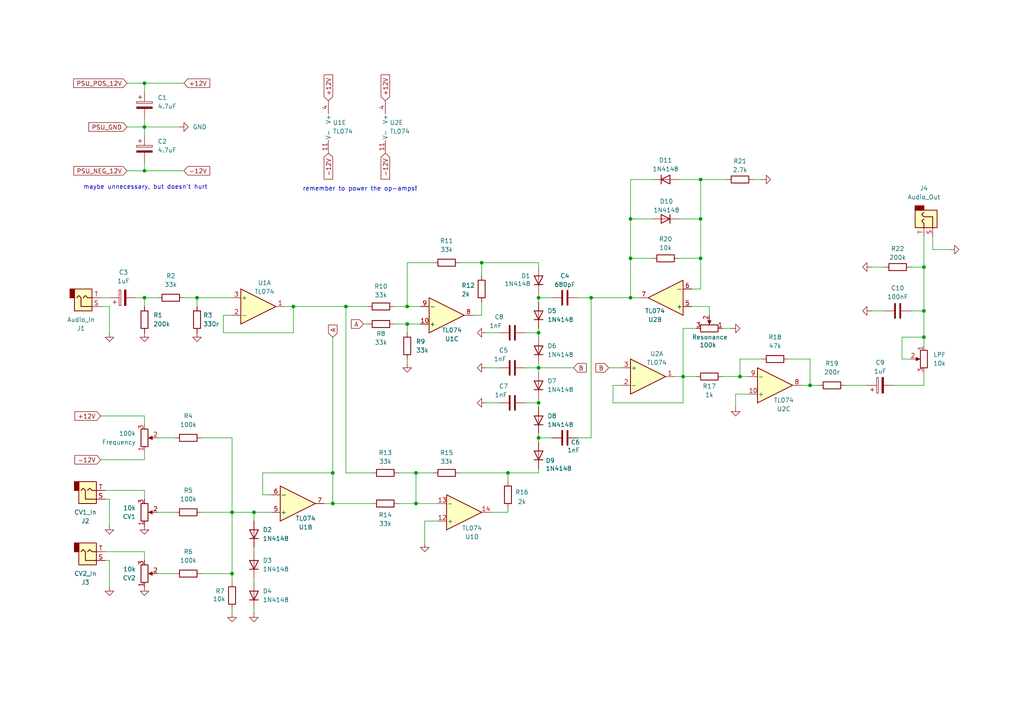
<source format=kicad_sch>
(kicad_sch (version 20250114) (generator "eeschema") (generator_version "9.0")
  (paper "A4")
  (title_block (title "db_vcf") (date "2025-07-28"))
  (lib_symbols
    (symbol "Amplifier_Operational:TL074" (pin_names (offset 0.127))
      (property "Reference" "U" (at 0 5.08 0))
      (property "Value" "TL074" (at 0 -5.08 0))
      (symbol "TL074_1_1"
        (polyline (pts (xy -5.08 5.08) (xy 5.08 0) (xy -5.08 -5.08) (xy -5.08 5.08)) (stroke (width 0.254)) (fill (type background)))
        (pin input line (at -7.62 2.54 0) (length 2.54) (name "+") (number "3"))
        (pin input line (at -7.62 -2.54 0) (length 2.54) (name "-") (number "2"))
        (pin output line (at 7.62 0 180) (length 2.54) (name "~") (number "1"))
      )
      (symbol "TL074_2_1"
        (polyline (pts (xy -5.08 5.08) (xy 5.08 0) (xy -5.08 -5.08) (xy -5.08 5.08)) (stroke (width 0.254)) (fill (type background)))
        (pin input line (at -7.62 2.54 0) (length 2.54) (name "+") (number "5"))
        (pin input line (at -7.62 -2.54 0) (length 2.54) (name "-") (number "6"))
        (pin output line (at 7.62 0 180) (length 2.54) (name "~") (number "7"))
      )
      (symbol "TL074_3_1"
        (polyline (pts (xy -5.08 5.08) (xy 5.08 0) (xy -5.08 -5.08) (xy -5.08 5.08)) (stroke (width 0.254)) (fill (type background)))
        (pin input line (at -7.62 2.54 0) (length 2.54) (name "+") (number "10"))
        (pin input line (at -7.62 -2.54 0) (length 2.54) (name "-") (number "9"))
        (pin output line (at 7.62 0 180) (length 2.54) (name "~") (number "8"))
      )
      (symbol "TL074_4_1"
        (polyline (pts (xy -5.08 5.08) (xy 5.08 0) (xy -5.08 -5.08) (xy -5.08 5.08)) (stroke (width 0.254)) (fill (type background)))
        (pin input line (at -7.62 2.54 0) (length 2.54) (name "+") (number "12"))
        (pin input line (at -7.62 -2.54 0) (length 2.54) (name "-") (number "13"))
        (pin output line (at 7.62 0 180) (length 2.54) (name "~") (number "14"))
      )
      (symbol "TL074_5_1"
        (pin power_in line (at -2.54 7.62 270) (length 3.81) (name "V+") (number "4"))
        (pin power_in line (at -2.54 -7.62 90) (length 3.81) (name "V-") (number "11"))
      )
    )
    (symbol "Connector_Audio:AudioJack2"
      (property "Reference" "J" (at 0 8.89 0))
      (property "Value" "AudioJack2" (at 0 6.35 0))
      (symbol "AudioJack2_0_1"
        (rectangle (start -3.81 0) (end -2.54 -2.54) (stroke (width 0.254)) (fill (type outline)))
        (rectangle (start -2.54 3.81) (end 2.54 -2.54) (stroke (width 0.254)) (fill (type background)))
        (polyline (pts (xy 0 0) (xy 0.635 -0.635) (xy 1.27 0) (xy 2.54 0)) (stroke (width 0.254)))
        (polyline (pts (xy 2.54 2.54) (xy -0.635 2.54) (xy -0.635 0) (xy -1.27 -0.635) (xy -1.905 0)) (stroke (width 0.254)))
      )
      (symbol "AudioJack2_1_1"
        (pin passive line (at 5.08 2.54 180) (length 2.54) (name "~") (number "S"))
        (pin passive line (at 5.08 0 180) (length 2.54) (name "~") (number "T"))
      )
    )
    (symbol "Device:C" (pin_numbers (hide yes)) (pin_names (offset 0.254))
      (property "Reference" "C" (at 0.635 2.54 0))
      (property "Value" "C" (at 0.635 -2.54 0))
      (symbol "C_0_1"
        (polyline (pts (xy -2.032 0.762) (xy 2.032 0.762)) (stroke (width 0.508)))
        (polyline (pts (xy -2.032 -0.762) (xy 2.032 -0.762)) (stroke (width 0.508)))
      )
      (symbol "C_1_1"
        (pin passive line (at 0 3.81 270) (length 2.794) (name "~") (number "1"))
        (pin passive line (at 0 -3.81 90) (length 2.794) (name "~") (number "2"))
      )
    )
    (symbol "Device:C_Polarized" (pin_numbers (hide yes)) (pin_names (offset 0.254))
      (property "Reference" "C" (at 0.635 2.54 0))
      (property "Value" "C_Polarized" (at 0.635 -2.54 0))
      (symbol "C_Polarized_0_1"
        (rectangle (start -2.286 0.508) (end 2.286 1.016))
        (polyline (pts (xy -1.778 2.286) (xy -0.762 2.286)))
        (polyline (pts (xy -1.27 2.794) (xy -1.27 1.778)))
        (rectangle (start 2.286 -0.508) (end -2.286 -1.016) (fill (type outline)))
      )
      (symbol "C_Polarized_1_1"
        (pin passive line (at 0 3.81 270) (length 2.794) (name "~") (number "1"))
        (pin passive line (at 0 -3.81 90) (length 2.794) (name "~") (number "2"))
      )
    )
    (symbol "Device:D" (pin_numbers (hide yes)) (pin_names (offset 1.016) (hide yes))
      (property "Reference" "D" (at 0 2.54 0))
      (property "Value" "D" (at 0 -2.54 0))
      (symbol "D_0_1"
        (polyline (pts (xy -1.27 1.27) (xy -1.27 -1.27)) (stroke (width 0.254)))
        (polyline (pts (xy 1.27 1.27) (xy 1.27 -1.27) (xy -1.27 0) (xy 1.27 1.27)) (stroke (width 0.254)))
        (polyline (pts (xy 1.27 0) (xy -1.27 0)))
      )
      (symbol "D_1_1"
        (pin passive line (at -3.81 0 0) (length 2.54) (name "K") (number "1"))
        (pin passive line (at 3.81 0 180) (length 2.54) (name "A") (number "2"))
      )
    )
    (symbol "Device:R" (pin_numbers (hide yes)) (pin_names (offset 0))
      (property "Reference" "R" (at 2.032 0 90))
      (property "Value" "R" (at 0 0 90))
      (symbol "R_0_1"
        (rectangle (start -1.016 -2.54) (end 1.016 2.54) (stroke (width 0.254)))
      )
      (symbol "R_1_1"
        (pin passive line (at 0 3.81 270) (length 1.27) (name "~") (number "1"))
        (pin passive line (at 0 -3.81 90) (length 1.27) (name "~") (number "2"))
      )
    )
    (symbol "Device:R_Potentiometer" (pin_names (offset 1.016) (hide yes))
      (property "Reference" "RV" (at -4.445 0 90))
      (property "Value" "R_Potentiometer" (at -2.54 0 90))
      (symbol "R_Potentiometer_0_1"
        (rectangle (start 1.016 2.54) (end -1.016 -2.54) (stroke (width 0.254)))
        (polyline (pts (xy 1.143 0) (xy 2.286 0.508) (xy 2.286 -0.508) (xy 1.143 0)) (fill (type outline)))
        (polyline (pts (xy 2.54 0) (xy 1.524 0)))
      )
      (symbol "R_Potentiometer_1_1"
        (pin passive line (at 0 3.81 270) (length 1.27) (name "1") (number "1"))
        (pin passive line (at 0 -3.81 90) (length 1.27) (name "3") (number "3"))
        (pin passive line (at 3.81 0 180) (length 1.27) (name "2") (number "2"))
      )
    )
    (symbol "power:GND" (power) (pin_numbers (hide yes)) (pin_names (offset 0) (hide yes))
      (property "Value" "GND" (at 0 -3.81 0))
      (symbol "GND_0_1"
        (polyline (pts (xy 0 0) (xy 0 -1.27) (xy 1.27 -1.27) (xy 0 -2.54) (xy -1.27 -1.27) (xy 0 -1.27)))
      )
      (symbol "GND_1_1"
        (pin power_in line (at 0 0 270) (length 0) (name "~") (number "1"))
      )
    )
  )
  (text "maybe unnecessary, but doesn't hurt" (at 42.164 54.356 0) (effects (font (size 1.27 1.27))))
  (text "remember to power the op-amps!" (at 104.394 54.864 0) (effects (font (size 1.27 1.27))))
  (junction (at 267.97 97.79))
  (junction (at 234.95 111.76))
  (junction (at 198.12 109.22))
  (junction (at 85.09 88.9))
  (junction (at 156.21 96.52))
  (junction (at 147.32 137.16))
  (junction (at 171.45 86.36))
  (junction (at 182.88 63.5))
  (junction (at 96.52 137.16))
  (junction (at 203.2 52.07))
  (junction (at 67.31 148.59))
  (junction (at 41.91 49.53))
  (junction (at 57.15 86.36))
  (junction (at 267.97 90.17))
  (junction (at 156.21 116.84))
  (junction (at 41.91 24.13))
  (junction (at 67.31 166.37))
  (junction (at 156.21 106.68))
  (junction (at 118.11 93.98))
  (junction (at 120.65 137.16))
  (junction (at 139.7 76.2))
  (junction (at 120.65 146.05))
  (junction (at 156.21 86.36))
  (junction (at 156.21 127))
  (junction (at 214.63 109.22))
  (junction (at 203.2 63.5))
  (junction (at 41.91 86.36))
  (junction (at 182.88 74.93))
  (junction (at 267.97 77.47))
  (junction (at 203.2 74.93))
  (junction (at 100.33 88.9))
  (junction (at 182.88 86.36))
  (junction (at 96.52 146.05))
  (junction (at 73.66 148.59))
  (junction (at 118.11 88.9))
  (junction (at 41.91 36.83))
  (wire (pts (xy 100.33 88.9) (xy 100.33 137.16)))
  (wire (pts (xy 41.91 133.35) (xy 41.91 130.81)))
  (wire (pts (xy 39.37 86.36) (xy 41.91 86.36)))
  (wire (pts (xy 213.36 118.11) (xy 213.36 114.3)))
  (wire (pts (xy 96.52 146.05) (xy 93.98 146.05)))
  (wire (pts (xy 167.64 127) (xy 171.45 127)))
  (wire (pts (xy 120.65 137.16) (xy 120.65 146.05)))
  (wire (pts (xy 67.31 176.53) (xy 67.31 177.8)))
  (wire (pts (xy 200.66 83.82) (xy 203.2 83.82)))
  (wire (pts (xy 118.11 93.98) (xy 118.11 96.52)))
  (wire (pts (xy 261.62 104.14) (xy 261.62 97.79)))
  (wire (pts (xy 120.65 146.05) (xy 127 146.05)))
  (wire (pts (xy 140.97 106.68) (xy 144.78 106.68)))
  (wire (pts (xy 214.63 104.14) (xy 220.98 104.14)))
  (wire (pts (xy 30.48 162.56) (xy 31.75 162.56)))
  (wire (pts (xy 147.32 137.16) (xy 156.21 137.16)))
  (wire (pts (xy 100.33 88.9) (xy 106.68 88.9)))
  (wire (pts (xy 118.11 88.9) (xy 121.92 88.9)))
  (wire (pts (xy 189.23 63.5) (xy 182.88 63.5)))
  (wire (pts (xy 57.15 86.36) (xy 67.31 86.36)))
  (wire (pts (xy 142.24 148.59) (xy 147.32 148.59)))
  (wire (pts (xy 105.41 93.98) (xy 106.68 93.98)))
  (wire (pts (xy 96.52 146.05) (xy 107.95 146.05)))
  (wire (pts (xy 259.08 111.76) (xy 267.97 111.76)))
  (wire (pts (xy 29.21 133.35) (xy 41.91 133.35)))
  (wire (pts (xy 133.35 76.2) (xy 139.7 76.2)))
  (wire (pts (xy 196.85 63.5) (xy 203.2 63.5)))
  (wire (pts (xy 31.75 88.9) (xy 29.21 88.9)))
  (wire (pts (xy 205.74 91.44) (xy 205.74 88.9)))
  (wire (pts (xy 196.85 52.07) (xy 203.2 52.07)))
  (wire (pts (xy 67.31 148.59) (xy 73.66 148.59)))
  (wire (pts (xy 267.97 111.76) (xy 267.97 107.95)))
  (wire (pts (xy 140.97 96.52) (xy 144.78 96.52)))
  (wire (pts (xy 41.91 36.83) (xy 36.83 36.83)))
  (wire (pts (xy 73.66 158.75) (xy 73.66 160.02)))
  (wire (pts (xy 53.34 86.36) (xy 57.15 86.36)))
  (wire (pts (xy 198.12 95.25) (xy 201.93 95.25)))
  (wire (pts (xy 41.91 120.65) (xy 41.91 123.19)))
  (wire (pts (xy 64.77 96.52) (xy 85.09 96.52)))
  (wire (pts (xy 118.11 76.2) (xy 125.73 76.2)))
  (wire (pts (xy 64.77 91.44) (xy 64.77 96.52)))
  (wire (pts (xy 214.63 109.22) (xy 214.63 104.14)))
  (wire (pts (xy 45.72 148.59) (xy 50.8 148.59)))
  (wire (pts (xy 156.21 96.52) (xy 156.21 97.79)))
  (wire (pts (xy 118.11 93.98) (xy 121.92 93.98)))
  (wire (pts (xy 198.12 109.22) (xy 201.93 109.22)))
  (wire (pts (xy 76.2 137.16) (xy 96.52 137.16)))
  (wire (pts (xy 76.2 143.51) (xy 76.2 137.16)))
  (wire (pts (xy 41.91 26.67) (xy 41.91 24.13)))
  (wire (pts (xy 252.73 90.17) (xy 256.54 90.17)))
  (wire (pts (xy 171.45 86.36) (xy 182.88 86.36)))
  (wire (pts (xy 198.12 116.84) (xy 198.12 109.22)))
  (wire (pts (xy 177.8 116.84) (xy 198.12 116.84)))
  (wire (pts (xy 147.32 139.7) (xy 147.32 137.16)))
  (wire (pts (xy 220.98 52.07) (xy 218.44 52.07)))
  (wire (pts (xy 156.21 86.36) (xy 156.21 87.63)))
  (wire (pts (xy 156.21 76.2) (xy 139.7 76.2)))
  (wire (pts (xy 167.64 86.36) (xy 171.45 86.36)))
  (wire (pts (xy 120.65 137.16) (xy 125.73 137.16)))
  (wire (pts (xy 123.19 151.13) (xy 123.19 157.48)))
  (wire (pts (xy 31.75 144.78) (xy 31.75 152.4)))
  (wire (pts (xy 252.73 77.47) (xy 256.54 77.47)))
  (wire (pts (xy 118.11 105.41) (xy 118.11 104.14)))
  (wire (pts (xy 264.16 90.17) (xy 267.97 90.17)))
  (wire (pts (xy 41.91 142.24) (xy 41.91 144.78)))
  (wire (pts (xy 160.02 86.36) (xy 156.21 86.36)))
  (wire (pts (xy 58.42 166.37) (xy 67.31 166.37)))
  (wire (pts (xy 78.74 148.59) (xy 73.66 148.59)))
  (wire (pts (xy 267.97 90.17) (xy 267.97 77.47)))
  (wire (pts (xy 115.57 137.16) (xy 120.65 137.16)))
  (wire (pts (xy 114.3 93.98) (xy 118.11 93.98)))
  (wire (pts (xy 156.21 105.41) (xy 156.21 106.68)))
  (wire (pts (xy 147.32 137.16) (xy 133.35 137.16)))
  (wire (pts (xy 31.75 162.56) (xy 31.75 170.18)))
  (wire (pts (xy 212.09 95.25) (xy 209.55 95.25)))
  (wire (pts (xy 139.7 87.63) (xy 139.7 91.44)))
  (wire (pts (xy 156.21 116.84) (xy 156.21 118.11)))
  (wire (pts (xy 96.52 97.79) (xy 96.52 137.16)))
  (wire (pts (xy 67.31 166.37) (xy 67.31 168.91)))
  (wire (pts (xy 156.21 115.57) (xy 156.21 116.84)))
  (wire (pts (xy 96.52 137.16) (xy 96.52 146.05)))
  (wire (pts (xy 228.6 104.14) (xy 234.95 104.14)))
  (wire (pts (xy 270.51 68.58) (xy 270.51 72.39)))
  (wire (pts (xy 270.51 72.39) (xy 275.59 72.39)))
  (wire (pts (xy 234.95 111.76) (xy 237.49 111.76)))
  (wire (pts (xy 29.21 120.65) (xy 41.91 120.65)))
  (wire (pts (xy 267.97 68.58) (xy 267.97 77.47)))
  (wire (pts (xy 160.02 127) (xy 156.21 127)))
  (wire (pts (xy 41.91 24.13) (xy 36.83 24.13)))
  (wire (pts (xy 41.91 86.36) (xy 41.91 88.9)))
  (wire (pts (xy 156.21 95.25) (xy 156.21 96.52)))
  (wire (pts (xy 171.45 86.36) (xy 171.45 127)))
  (wire (pts (xy 57.15 86.36) (xy 57.15 88.9)))
  (wire (pts (xy 29.21 86.36) (xy 31.75 86.36)))
  (wire (pts (xy 67.31 91.44) (xy 64.77 91.44)))
  (wire (pts (xy 156.21 127) (xy 156.21 125.73)))
  (wire (pts (xy 251.46 111.76) (xy 245.11 111.76)))
  (wire (pts (xy 100.33 137.16) (xy 107.95 137.16)))
  (wire (pts (xy 139.7 91.44) (xy 137.16 91.44)))
  (wire (pts (xy 156.21 106.68) (xy 166.37 106.68)))
  (wire (pts (xy 31.75 88.9) (xy 31.75 96.52)))
  (wire (pts (xy 127 151.13) (xy 123.19 151.13)))
  (wire (pts (xy 267.97 97.79) (xy 267.97 100.33)))
  (wire (pts (xy 85.09 88.9) (xy 100.33 88.9)))
  (wire (pts (xy 67.31 166.37) (xy 67.31 148.59)))
  (wire (pts (xy 182.88 86.36) (xy 185.42 86.36)))
  (wire (pts (xy 41.91 49.53) (xy 36.83 49.53)))
  (wire (pts (xy 41.91 24.13) (xy 53.34 24.13)))
  (wire (pts (xy 189.23 74.93) (xy 182.88 74.93)))
  (wire (pts (xy 182.88 63.5) (xy 182.88 74.93)))
  (wire (pts (xy 139.7 76.2) (xy 139.7 80.01)))
  (wire (pts (xy 182.88 52.07) (xy 182.88 63.5)))
  (wire (pts (xy 41.91 86.36) (xy 45.72 86.36)))
  (wire (pts (xy 41.91 34.29) (xy 41.91 36.83)))
  (wire (pts (xy 232.41 111.76) (xy 234.95 111.76)))
  (wire (pts (xy 205.74 88.9) (xy 200.66 88.9)))
  (wire (pts (xy 30.48 160.02) (xy 41.91 160.02)))
  (wire (pts (xy 41.91 36.83) (xy 41.91 39.37)))
  (wire (pts (xy 176.53 106.68) (xy 180.34 106.68)))
  (wire (pts (xy 41.91 46.99) (xy 41.91 49.53)))
  (wire (pts (xy 156.21 106.68) (xy 156.21 107.95)))
  (wire (pts (xy 118.11 76.2) (xy 118.11 88.9)))
  (wire (pts (xy 209.55 109.22) (xy 214.63 109.22)))
  (wire (pts (xy 140.97 116.84) (xy 144.78 116.84)))
  (wire (pts (xy 203.2 83.82) (xy 203.2 74.93)))
  (wire (pts (xy 73.66 167.64) (xy 73.66 168.91)))
  (wire (pts (xy 156.21 77.47) (xy 156.21 76.2)))
  (wire (pts (xy 214.63 109.22) (xy 217.17 109.22)))
  (wire (pts (xy 267.97 97.79) (xy 267.97 90.17)))
  (wire (pts (xy 152.4 106.68) (xy 156.21 106.68)))
  (wire (pts (xy 73.66 176.53) (xy 73.66 177.8)))
  (wire (pts (xy 78.74 143.51) (xy 76.2 143.51)))
  (wire (pts (xy 195.58 109.22) (xy 198.12 109.22)))
  (wire (pts (xy 234.95 104.14) (xy 234.95 111.76)))
  (wire (pts (xy 196.85 74.93) (xy 203.2 74.93)))
  (wire (pts (xy 177.8 111.76) (xy 177.8 116.84)))
  (wire (pts (xy 147.32 148.59) (xy 147.32 147.32)))
  (wire (pts (xy 67.31 148.59) (xy 58.42 148.59)))
  (wire (pts (xy 264.16 104.14) (xy 261.62 104.14)))
  (wire (pts (xy 182.88 74.93) (xy 182.88 86.36)))
  (wire (pts (xy 115.57 146.05) (xy 120.65 146.05)))
  (wire (pts (xy 85.09 96.52) (xy 85.09 88.9)))
  (wire (pts (xy 180.34 111.76) (xy 177.8 111.76)))
  (wire (pts (xy 261.62 97.79) (xy 267.97 97.79)))
  (wire (pts (xy 203.2 63.5) (xy 203.2 74.93)))
  (wire (pts (xy 182.88 52.07) (xy 189.23 52.07)))
  (wire (pts (xy 267.97 77.47) (xy 264.16 77.47)))
  (wire (pts (xy 45.72 166.37) (xy 50.8 166.37)))
  (wire (pts (xy 58.42 127) (xy 67.31 127)))
  (wire (pts (xy 156.21 86.36) (xy 156.21 85.09)))
  (wire (pts (xy 73.66 148.59) (xy 73.66 151.13)))
  (wire (pts (xy 213.36 114.3) (xy 217.17 114.3)))
  (wire (pts (xy 82.55 88.9) (xy 85.09 88.9)))
  (wire (pts (xy 41.91 160.02) (xy 41.91 162.56)))
  (wire (pts (xy 41.91 49.53) (xy 53.34 49.53)))
  (wire (pts (xy 156.21 137.16) (xy 156.21 135.89)))
  (wire (pts (xy 67.31 127) (xy 67.31 148.59)))
  (wire (pts (xy 198.12 109.22) (xy 198.12 95.25)))
  (wire (pts (xy 30.48 144.78) (xy 31.75 144.78)))
  (wire (pts (xy 152.4 96.52) (xy 156.21 96.52)))
  (wire (pts (xy 114.3 88.9) (xy 118.11 88.9)))
  (wire (pts (xy 30.48 142.24) (xy 41.91 142.24)))
  (wire (pts (xy 156.21 127) (xy 156.21 128.27)))
  (wire (pts (xy 203.2 52.07) (xy 210.82 52.07)))
  (wire (pts (xy 45.72 127) (xy 50.8 127)))
  (wire (pts (xy 203.2 52.07) (xy 203.2 63.5)))
  (wire (pts (xy 152.4 116.84) (xy 156.21 116.84)))
  (wire (pts (xy 41.91 36.83) (xy 52.07 36.83)))
  (global_label "PSU_NEG_12V" (shape input) (at 36.83 49.53 180) (property "Intersheetrefs" "${INTERSHEET_REFS}" (effects (hide yes))))
  (global_label "A" (shape input) (at 96.52 97.79 90) (property "Intersheetrefs" "${INTERSHEET_REFS}" (effects (hide yes))))
  (global_label "-12V" (shape input) (at 53.34 49.53 0) (property "Intersheetrefs" "${INTERSHEET_REFS}" (effects (hide yes))))
  (global_label "+12V" (shape input) (at 111.76 29.21 90) (property "Intersheetrefs" "${INTERSHEET_REFS}" (effects (hide yes))))
  (global_label "B" (shape input) (at 176.53 106.68 180) (property "Intersheetrefs" "${INTERSHEET_REFS}" (effects (hide yes))))
  (global_label "+12V" (shape input) (at 29.21 120.65 180) (property "Intersheetrefs" "${INTERSHEET_REFS}" (effects (hide yes))))
  (global_label "+12V" (shape input) (at 53.34 24.13 0) (property "Intersheetrefs" "${INTERSHEET_REFS}" (effects (hide yes))))
  (global_label "+12V" (shape input) (at 95.25 29.21 90) (property "Intersheetrefs" "${INTERSHEET_REFS}" (effects (hide yes))))
  (global_label "-12V" (shape input) (at 111.76 44.45 270) (property "Intersheetrefs" "${INTERSHEET_REFS}" (effects (hide yes))))
  (global_label "PSU_GND" (shape input) (at 36.83 36.83 180) (property "Intersheetrefs" "${INTERSHEET_REFS}" (effects (hide yes))))
  (global_label "B" (shape input) (at 166.37 106.68 0) (property "Intersheetrefs" "${INTERSHEET_REFS}" (effects (hide yes))))
  (global_label "PSU_POS_12V" (shape input) (at 36.83 24.13 180) (property "Intersheetrefs" "${INTERSHEET_REFS}" (effects (hide yes))))
  (global_label "-12V" (shape input) (at 29.21 133.35 180) (property "Intersheetrefs" "${INTERSHEET_REFS}" (effects (hide yes))))
  (global_label "-12V" (shape input) (at 95.25 44.45 270) (property "Intersheetrefs" "${INTERSHEET_REFS}" (effects (hide yes))))
  (global_label "A" (shape input) (at 105.41 93.98 180) (property "Intersheetrefs" "${INTERSHEET_REFS}" (effects (hide yes))))
  (symbol (lib_id "Device:R") (at 111.76 137.16 90) (unit 1)
    (property "Reference" "R13" (at 111.76 131.318 90))
    (property "Value" "33k" (at 111.76 133.858 90))
    (property "Description" "Resistor" (effects (hide yes)))
  )
  (symbol (lib_id "Device:D") (at 156.21 91.44 90) (unit 1)
    (property "Reference" "D5" (at 158.75 90.1699 90) (effects (justify right)))
    (property "Value" "1N4148" (at 158.75 92.7099 90) (effects (justify right)))
    (property "Description" "Diode" (effects (hide yes)))
    (property "Sim.Device" "D" (effects (hide yes)))
    (property "Sim.Pins" "1=K 2=A" (effects (hide yes)))
  )
  (symbol (lib_id "power:GND") (at 31.75 96.52 0) (unit 1)
    (property "Reference" "#PWR01" (effects (hide yes)))
    (property "Value" "GND" (effects (hide yes)))
    (property "Description" "Power symbol creates a global label with name \"GND\" , ground" (effects (hide yes)))
  )
  (symbol (lib_id "Amplifier_Operational:TL074") (at 86.36 146.05 0) (mirror x) (unit 2)
    (property "Reference" "U1" (at 88.646 152.908 0))
    (property "Value" "TL074" (at 88.646 150.368 0))
    (property "Datasheet" "http://www.ti.com/lit/ds/symlink/tl071.pdf" (effects (hide yes)))
    (property "Description" "Quad Low-Noise JFET-Input Operational Amplifiers, DIP-14/SOIC-14" (effects (hide yes)))
  )
  (symbol (lib_id "Connector_Audio:AudioJack2") (at 25.4 142.24 0) (mirror x) (unit 1)
    (property "Reference" "J2" (at 24.765 151.13 0))
    (property "Value" "CV1_In" (at 24.765 148.59 0))
    (property "Description" "Audio Jack, 2 Poles (Mono / TS)" (effects (hide yes)))
  )
  (symbol (lib_id "Device:R") (at 139.7 83.82 0) (unit 1)
    (property "Reference" "R12" (at 133.858 82.804 0) (effects (justify left)))
    (property "Value" "2k" (at 133.858 85.344 0) (effects (justify left)))
    (property "Description" "Resistor" (effects (hide yes)))
  )
  (symbol (lib_id "power:GND") (at 31.75 170.18 0) (unit 1)
    (property "Reference" "#PWR06" (effects (hide yes)))
    (property "Value" "GND" (effects (hide yes)))
    (property "Description" "Power symbol creates a global label with name \"GND\" , ground" (effects (hide yes)))
  )
  (symbol (lib_id "power:GND") (at 140.97 116.84 270) (mirror x) (unit 1)
    (property "Reference" "#PWR014" (effects (hide yes)))
    (property "Value" "GND" (effects (hide yes)))
    (property "Description" "Power symbol creates a global label with name \"GND\" , ground" (effects (hide yes)))
  )
  (symbol (lib_id "Device:D") (at 73.66 172.72 90) (unit 1)
    (property "Reference" "D4" (at 76.2 171.4499 90) (effects (justify right)))
    (property "Value" "1N4148" (at 76.2 173.9899 90) (effects (justify right)))
    (property "Description" "Diode" (effects (hide yes)))
    (property "Sim.Device" "D" (effects (hide yes)))
    (property "Sim.Pins" "1=K 2=A" (effects (hide yes)))
  )
  (symbol (lib_id "Device:R") (at 147.32 143.51 180) (unit 1)
    (property "Reference" "R16" (at 151.384 142.748 0))
    (property "Value" "2k" (at 151.384 145.542 0))
    (property "Description" "Resistor" (effects (hide yes)))
  )
  (symbol (lib_id "Device:R") (at 224.79 104.14 90) (unit 1)
    (property "Reference" "R18" (at 224.79 97.79 90))
    (property "Value" "47k" (at 224.79 100.33 90))
    (property "Description" "Resistor" (effects (hide yes)))
  )
  (symbol (lib_id "Device:C") (at 148.59 96.52 270) (mirror x) (unit 1)
    (property "Reference" "C8" (at 144.78 91.948 90))
    (property "Value" "1nF" (at 143.764 94.488 90))
    (property "Footprint" "1nF" (effects (hide yes)))
    (property "Description" "Unpolarized capacitor" (effects (hide yes)))
  )
  (symbol (lib_id "Device:R") (at 241.3 111.76 90) (unit 1)
    (property "Reference" "R19" (at 241.3 105.41 90))
    (property "Value" "200r" (at 241.3 107.95 90))
    (property "Description" "Resistor" (effects (hide yes)))
  )
  (symbol (lib_id "power:GND") (at 67.31 177.8 0) (unit 1)
    (property "Reference" "#PWR09" (effects (hide yes)))
    (property "Value" "GND" (effects (hide yes)))
    (property "Description" "Power symbol creates a global label with name \"GND\" , ground" (effects (hide yes)))
  )
  (symbol (lib_id "Device:R") (at 111.76 146.05 90) (unit 1)
    (property "Reference" "R14" (at 111.76 149.352 90))
    (property "Value" "33k" (at 111.76 151.892 90))
    (property "Description" "Resistor" (effects (hide yes)))
  )
  (symbol (lib_id "Device:R") (at 110.49 88.9 90) (unit 1)
    (property "Reference" "R10" (at 110.49 83.058 90))
    (property "Value" "33k" (at 110.49 85.598 90))
    (property "Description" "Resistor" (effects (hide yes)))
  )
  (symbol (lib_id "Amplifier_Operational:TL074") (at 74.93 88.9 0) (unit 1)
    (property "Reference" "U1" (at 76.708 82.042 0))
    (property "Value" "TL074" (at 76.708 84.582 0))
    (property "Datasheet" "http://www.ti.com/lit/ds/symlink/tl071.pdf" (effects (hide yes)))
    (property "Description" "Quad Low-Noise JFET-Input Operational Amplifiers, DIP-14/SOIC-14" (effects (hide yes)))
  )
  (symbol (lib_id "Device:R") (at 54.61 127 90) (unit 1)
    (property "Reference" "R4" (at 54.61 120.65 90))
    (property "Value" "100k" (at 54.61 123.19 90))
    (property "Description" "Resistor" (effects (hide yes)))
  )
  (symbol (lib_id "Device:C") (at 148.59 116.84 270) (mirror x) (unit 1)
    (property "Reference" "C7" (at 146.05 112.014 90))
    (property "Value" "1nF" (at 145.288 114.554 90))
    (property "Description" "Unpolarized capacitor" (effects (hide yes)))
  )
  (symbol (lib_id "Device:R") (at 129.54 76.2 90) (unit 1)
    (property "Reference" "R11" (at 129.54 69.85 90))
    (property "Value" "33k" (at 129.54 72.39 90))
    (property "Description" "Resistor" (effects (hide yes)))
  )
  (symbol (lib_id "Device:D") (at 193.04 52.07 0) (unit 1)
    (property "Reference" "D11" (at 193.04 46.482 0))
    (property "Value" "1N4148" (at 193.04 49.022 0))
    (property "Description" "Diode" (effects (hide yes)))
    (property "Sim.Device" "D" (effects (hide yes)))
    (property "Sim.Pins" "1=K 2=A" (effects (hide yes)))
  )
  (symbol (lib_id "power:GND") (at 52.07 36.83 90) (unit 1)
    (property "Reference" "#PWR02" (effects (hide yes)))
    (property "Value" "GND" (at 55.88 36.8299 90) (effects (justify right)))
    (property "Description" "Power symbol creates a global label with name \"GND\" , ground" (effects (hide yes)))
  )
  (symbol (lib_id "Connector_Audio:AudioJack2") (at 25.4 160.02 0) (mirror x) (unit 1)
    (property "Reference" "J3" (at 24.765 168.91 0))
    (property "Value" "CV2_In" (at 24.765 166.37 0))
    (property "Description" "Audio Jack, 2 Poles (Mono / TS)" (effects (hide yes)))
  )
  (symbol (lib_id "power:GND") (at 252.73 90.17 270) (unit 1)
    (property "Reference" "#PWR019" (effects (hide yes)))
    (property "Value" "GND" (effects (hide yes)))
    (property "Description" "Power symbol creates a global label with name \"GND\" , ground" (effects (hide yes)))
  )
  (symbol (lib_id "Amplifier_Operational:TL074") (at 114.3 36.83 0) (unit 5)
    (property "Reference" "U2" (at 113.03 35.5599 0) (effects (justify left)))
    (property "Value" "TL074" (at 113.03 38.0999 0) (effects (justify left)))
    (property "Datasheet" "http://www.ti.com/lit/ds/symlink/tl071.pdf" (effects (hide yes)))
    (property "Description" "Quad Low-Noise JFET-Input Operational Amplifiers, DIP-14/SOIC-14" (effects (hide yes)))
  )
  (symbol (lib_id "Device:D") (at 156.21 101.6 90) (unit 1)
    (property "Reference" "D6" (at 158.75 100.3299 90) (effects (justify right)))
    (property "Value" "1N4148" (at 158.75 102.8699 90) (effects (justify right)))
    (property "Description" "Diode" (effects (hide yes)))
    (property "Sim.Device" "D" (effects (hide yes)))
    (property "Sim.Pins" "1=K 2=A" (effects (hide yes)))
  )
  (symbol (lib_id "Device:R") (at 214.63 52.07 90) (unit 1)
    (property "Reference" "R21" (at 214.63 46.736 90))
    (property "Value" "2.7k" (at 214.63 49.276 90))
    (property "Description" "Resistor" (effects (hide yes)))
  )
  (symbol (lib_id "power:GND") (at 41.91 152.4 0) (unit 1)
    (property "Reference" "#PWR07" (effects (hide yes)))
    (property "Value" "GND" (effects (hide yes)))
    (property "Description" "Power symbol creates a global label with name \"GND\" , ground" (effects (hide yes)))
  )
  (symbol (lib_id "Amplifier_Operational:TL074") (at 193.04 86.36 180) (unit 2)
    (property "Reference" "U2" (at 189.992 92.71 0))
    (property "Value" "TL074" (at 189.992 90.17 0))
    (property "Datasheet" "http://www.ti.com/lit/ds/symlink/tl071.pdf" (effects (hide yes)))
    (property "Description" "Quad Low-Noise JFET-Input Operational Amplifiers, DIP-14/SOIC-14" (effects (hide yes)))
  )
  (symbol (lib_id "Amplifier_Operational:TL074") (at 97.79 36.83 0) (unit 5)
    (property "Reference" "U1" (at 96.52 35.5599 0) (effects (justify left)))
    (property "Value" "TL074" (at 96.52 38.0999 0) (effects (justify left)))
    (property "Datasheet" "http://www.ti.com/lit/ds/symlink/tl071.pdf" (effects (hide yes)))
    (property "Description" "Quad Low-Noise JFET-Input Operational Amplifiers, DIP-14/SOIC-14" (effects (hide yes)))
  )
  (symbol (lib_id "power:GND") (at 252.73 77.47 270) (unit 1)
    (property "Reference" "#PWR020" (effects (hide yes)))
    (property "Value" "GND" (effects (hide yes)))
    (property "Description" "Power symbol creates a global label with name \"GND\" , ground" (effects (hide yes)))
  )
  (symbol (lib_id "Device:R_Potentiometer") (at 41.91 148.59 0) (mirror x) (unit 1)
    (property "Reference" "CV1" (at 39.37 149.8601 0) (effects (justify right)))
    (property "Value" "10k" (at 39.37 147.3201 0) (effects (justify right)))
    (property "Description" "Potentiometer" (effects (hide yes)))
  )
  (symbol (lib_id "Device:R") (at 57.15 92.71 0) (unit 1)
    (property "Reference" "R3" (at 58.928 91.44 0) (effects (justify left)))
    (property "Value" "330r" (at 58.928 93.98 0) (effects (justify left)))
    (property "Description" "Resistor" (effects (hide yes)))
  )
  (symbol (lib_id "Device:D") (at 156.21 111.76 90) (unit 1)
    (property "Reference" "D7" (at 158.75 110.4899 90) (effects (justify right)))
    (property "Value" "1N4148" (at 158.75 113.0299 90) (effects (justify right)))
    (property "Description" "Diode" (effects (hide yes)))
    (property "Sim.Device" "D" (effects (hide yes)))
    (property "Sim.Pins" "1=K 2=A" (effects (hide yes)))
  )
  (symbol (lib_id "Device:D") (at 156.21 121.92 90) (unit 1)
    (property "Reference" "D8" (at 158.75 120.6499 90) (effects (justify right)))
    (property "Value" "1N4148" (at 158.75 123.1899 90) (effects (justify right)))
    (property "Description" "Diode" (effects (hide yes)))
    (property "Sim.Device" "D" (effects (hide yes)))
    (property "Sim.Pins" "1=K 2=A" (effects (hide yes)))
  )
  (symbol (lib_id "Device:D") (at 193.04 63.5 180) (unit 1)
    (property "Reference" "D10" (at 193.294 58.42 0))
    (property "Value" "1N4148" (at 193.294 60.96 0))
    (property "Description" "Diode" (effects (hide yes)))
    (property "Sim.Device" "D" (effects (hide yes)))
    (property "Sim.Pins" "1=K 2=A" (effects (hide yes)))
  )
  (symbol (lib_id "Device:R") (at 118.11 100.33 180) (unit 1)
    (property "Reference" "R9" (at 120.65 99.0599 0) (effects (justify right)))
    (property "Value" "33k" (at 120.65 101.5999 0) (effects (justify right)))
    (property "Description" "Resistor" (effects (hide yes)))
  )
  (symbol (lib_id "Device:R") (at 260.35 77.47 90) (unit 1)
    (property "Reference" "R22" (at 260.35 72.136 90))
    (property "Value" "200k" (at 260.35 74.676 90))
    (property "Description" "Resistor" (effects (hide yes)))
  )
  (symbol (lib_id "Device:R_Potentiometer") (at 205.74 95.25 270) (mirror x) (unit 1)
    (property "Reference" "Resonance" (at 211.074 97.79 90) (effects (justify right)))
    (property "Value" "100k" (at 207.772 100.076 90) (effects (justify right)))
    (property "Description" "Potentiometer" (effects (hide yes)))
  )
  (symbol (lib_id "power:GND") (at 140.97 96.52 270) (mirror x) (unit 1)
    (property "Reference" "#PWR015" (effects (hide yes)))
    (property "Value" "GND" (effects (hide yes)))
    (property "Description" "Power symbol creates a global label with name \"GND\" , ground" (effects (hide yes)))
  )
  (symbol (lib_id "Device:R") (at 193.04 74.93 90) (unit 1)
    (property "Reference" "R20" (at 193.04 69.342 90))
    (property "Value" "10k" (at 193.04 71.882 90))
    (property "Description" "Resistor" (effects (hide yes)))
  )
  (symbol (lib_id "power:GND") (at 123.19 157.48 0) (unit 1)
    (property "Reference" "#PWR017" (effects (hide yes)))
    (property "Value" "GND" (effects (hide yes)))
    (property "Description" "Power symbol creates a global label with name \"GND\" , ground" (effects (hide yes)))
  )
  (symbol (lib_id "power:GND") (at 213.36 118.11 0) (unit 1)
    (property "Reference" "#PWR021" (effects (hide yes)))
    (property "Value" "GND" (effects (hide yes)))
    (property "Description" "Power symbol creates a global label with name \"GND\" , ground" (effects (hide yes)))
  )
  (symbol (lib_id "Device:R") (at 129.54 137.16 90) (unit 1)
    (property "Reference" "R15" (at 129.54 131.318 90))
    (property "Value" "33k" (at 129.54 133.858 90))
    (property "Description" "Resistor" (effects (hide yes)))
  )
  (symbol (lib_id "Device:C") (at 163.83 127 90) (unit 1)
    (property "Reference" "C6" (at 166.878 128.27 90))
    (property "Value" "1nF" (at 166.37 130.556 90))
    (property "Description" "Unpolarized capacitor" (effects (hide yes)))
  )
  (symbol (lib_id "power:GND") (at 57.15 96.52 0) (unit 1)
    (property "Reference" "#PWR04" (effects (hide yes)))
    (property "Value" "GND" (effects (hide yes)))
    (property "Description" "Power symbol creates a global label with name \"GND\" , ground" (effects (hide yes)))
  )
  (symbol (lib_id "Device:R") (at 54.61 166.37 90) (unit 1)
    (property "Reference" "R6" (at 54.61 160.02 90))
    (property "Value" "100k" (at 54.61 162.56 90))
    (property "Description" "Resistor" (effects (hide yes)))
  )
  (symbol (lib_id "Amplifier_Operational:TL074") (at 224.79 111.76 0) (mirror x) (unit 3)
    (property "Reference" "U2" (at 227.33 118.618 0))
    (property "Value" "TL074" (at 227.33 116.078 0))
    (property "Datasheet" "http://www.ti.com/lit/ds/symlink/tl071.pdf" (effects (hide yes)))
    (property "Description" "Quad Low-Noise JFET-Input Operational Amplifiers, DIP-14/SOIC-14" (effects (hide yes)))
  )
  (symbol (lib_id "Device:D") (at 156.21 132.08 90) (unit 1)
    (property "Reference" "D9" (at 158.242 133.604 90) (effects (justify right)))
    (property "Value" "1N4148" (at 158.242 135.89 90) (effects (justify right)))
    (property "Description" "Diode" (effects (hide yes)))
    (property "Sim.Device" "D" (effects (hide yes)))
    (property "Sim.Pins" "1=K 2=A" (effects (hide yes)))
  )
  (symbol (lib_id "power:GND") (at 212.09 95.25 90) (unit 1)
    (property "Reference" "#PWR011" (effects (hide yes)))
    (property "Value" "GND" (effects (hide yes)))
    (property "Description" "Power symbol creates a global label with name \"GND\" , ground" (effects (hide yes)))
  )
  (symbol (lib_id "Device:R_Potentiometer") (at 267.97 104.14 0) (mirror y) (unit 1)
    (property "Reference" "LPF" (at 274.32 102.87 0) (effects (justify left)))
    (property "Value" "10k" (at 274.32 105.41 0) (effects (justify left)))
    (property "Description" "Potentiometer" (effects (hide yes)))
  )
  (symbol (lib_id "power:GND") (at 220.98 52.07 90) (unit 1)
    (property "Reference" "#PWR013" (effects (hide yes)))
    (property "Value" "GND" (effects (hide yes)))
    (property "Description" "Power symbol creates a global label with name \"GND\" , ground" (effects (hide yes)))
  )
  (symbol (lib_id "power:GND") (at 41.91 96.52 0) (unit 1)
    (property "Reference" "#PWR03" (effects (hide yes)))
    (property "Value" "GND" (effects (hide yes)))
    (property "Description" "Power symbol creates a global label with name \"GND\" , ground" (effects (hide yes)))
  )
  (symbol (lib_id "Device:R_Potentiometer") (at 41.91 166.37 0) (mirror x) (unit 1)
    (property "Reference" "CV2" (at 39.37 167.6401 0) (effects (justify right)))
    (property "Value" "10k" (at 39.37 165.1001 0) (effects (justify right)))
    (property "Description" "Potentiometer" (effects (hide yes)))
  )
  (symbol (lib_id "power:GND") (at 31.75 152.4 0) (unit 1)
    (property "Reference" "#PWR05" (effects (hide yes)))
    (property "Value" "GND" (effects (hide yes)))
    (property "Description" "Power symbol creates a global label with name \"GND\" , ground" (effects (hide yes)))
  )
  (symbol (lib_id "Amplifier_Operational:TL074") (at 187.96 109.22 0) (unit 1)
    (property "Reference" "U2" (at 190.5 102.616 0))
    (property "Value" "TL074" (at 190.5 105.156 0))
    (property "Datasheet" "http://www.ti.com/lit/ds/symlink/tl071.pdf" (effects (hide yes)))
    (property "Description" "Quad Low-Noise JFET-Input Operational Amplifiers, DIP-14/SOIC-14" (effects (hide yes)))
  )
  (symbol (lib_id "Amplifier_Operational:TL074") (at 134.62 148.59 0) (mirror x) (unit 4)
    (property "Reference" "U1" (at 136.906 155.702 0))
    (property "Value" "TL074" (at 136.906 153.162 0))
    (property "Datasheet" "http://www.ti.com/lit/ds/symlink/tl071.pdf" (effects (hide yes)))
    (property "Description" "Quad Low-Noise JFET-Input Operational Amplifiers, DIP-14/SOIC-14" (effects (hide yes)))
  )
  (symbol (lib_id "Device:C") (at 260.35 90.17 90) (unit 1)
    (property "Reference" "C10" (at 260.35 83.566 90))
    (property "Value" "100nF" (at 260.35 86.106 90))
    (property "Description" "Unpolarized capacitor" (effects (hide yes)))
  )
  (symbol (lib_id "Device:C_Polarized") (at 41.91 30.48 0) (unit 1)
    (property "Reference" "C1" (at 45.72 28.3209 0) (effects (justify left)))
    (property "Value" "4.7uF" (at 45.72 30.8609 0) (effects (justify left)))
    (property "Description" "Polarized capacitor" (effects (hide yes)))
  )
  (symbol (lib_id "Device:R") (at 54.61 148.59 90) (unit 1)
    (property "Reference" "R5" (at 54.61 142.24 90))
    (property "Value" "100k" (at 54.61 144.78 90))
    (property "Description" "Resistor" (effects (hide yes)))
  )
  (symbol (lib_id "Device:R") (at 67.31 172.72 180) (unit 1)
    (property "Reference" "R7" (at 62.484 171.45 0) (effects (justify right)))
    (property "Value" "10k" (at 61.722 173.736 0) (effects (justify right)))
    (property "Description" "Resistor" (effects (hide yes)))
  )
  (symbol (lib_id "Device:R_Potentiometer") (at 41.91 127 0) (mirror x) (unit 1)
    (property "Reference" "Frequency" (at 39.37 128.27 0) (effects (justify right)))
    (property "Value" "100k" (at 39.37 125.73 0) (effects (justify right)))
    (property "Description" "Potentiometer" (effects (hide yes)))
  )
  (symbol (lib_id "Device:R") (at 49.53 86.36 90) (unit 1)
    (property "Reference" "R2" (at 49.53 80.01 90))
    (property "Value" "33k" (at 49.53 82.55 90))
    (property "Description" "Resistor" (effects (hide yes)))
  )
  (symbol (lib_id "Connector_Audio:AudioJack2") (at 24.13 86.36 0) (mirror x) (unit 1)
    (property "Reference" "J1" (at 23.495 95.25 0))
    (property "Value" "Audio_In" (at 23.495 92.71 0))
    (property "Description" "Audio Jack, 2 Poles (Mono / TS)" (effects (hide yes)))
  )
  (symbol (lib_id "power:GND") (at 73.66 177.8 0) (unit 1)
    (property "Reference" "#PWR010" (effects (hide yes)))
    (property "Value" "GND" (effects (hide yes)))
    (property "Description" "Power symbol creates a global label with name \"GND\" , ground" (effects (hide yes)))
  )
  (symbol (lib_id "Device:R") (at 205.74 109.22 90) (unit 1)
    (property "Reference" "R17" (at 205.74 112.014 90))
    (property "Value" "1k" (at 205.74 114.554 90))
    (property "Description" "Resistor" (effects (hide yes)))
  )
  (symbol (lib_id "power:GND") (at 140.97 106.68 270) (mirror x) (unit 1)
    (property "Reference" "#PWR012" (effects (hide yes)))
    (property "Value" "GND" (effects (hide yes)))
    (property "Description" "Power symbol creates a global label with name \"GND\" , ground" (effects (hide yes)))
  )
  (symbol (lib_id "Device:D") (at 73.66 163.83 90) (unit 1)
    (property "Reference" "D3" (at 76.2 162.5599 90) (effects (justify right)))
    (property "Value" "1N4148" (at 76.2 165.0999 90) (effects (justify right)))
    (property "Description" "Diode" (effects (hide yes)))
    (property "Sim.Device" "D" (effects (hide yes)))
    (property "Sim.Pins" "1=K 2=A" (effects (hide yes)))
  )
  (symbol (lib_id "Amplifier_Operational:TL074") (at 129.54 91.44 0) (mirror x) (unit 3)
    (property "Reference" "U1" (at 131.064 98.298 0))
    (property "Value" "TL074" (at 131.064 95.758 0))
    (property "Datasheet" "http://www.ti.com/lit/ds/symlink/tl071.pdf" (effects (hide yes)))
    (property "Description" "Quad Low-Noise JFET-Input Operational Amplifiers, DIP-14/SOIC-14" (effects (hide yes)))
  )
  (symbol (lib_id "Device:C") (at 148.59 106.68 270) (mirror x) (unit 1)
    (property "Reference" "C5" (at 146.05 101.6 90))
    (property "Value" "1nF" (at 145.034 104.14 90))
    (property "Description" "Unpolarized capacitor" (effects (hide yes)))
  )
  (symbol (lib_id "power:GND") (at 118.11 105.41 0) (unit 1)
    (property "Reference" "#PWR016" (effects (hide yes)))
    (property "Value" "GND" (effects (hide yes)))
    (property "Description" "Power symbol creates a global label with name \"GND\" , ground" (effects (hide yes)))
  )
  (symbol (lib_id "Device:R") (at 110.49 93.98 90) (unit 1)
    (property "Reference" "R8" (at 110.49 96.774 90))
    (property "Value" "33k" (at 110.49 99.314 90))
    (property "Description" "Resistor" (effects (hide yes)))
  )
  (symbol (lib_id "Device:C_Polarized") (at 255.27 111.76 90) (unit 1)
    (property "Reference" "C9" (at 255.27 105.156 90))
    (property "Value" "1uF" (at 255.27 107.696 90))
    (property "Description" "Polarized capacitor" (effects (hide yes)))
  )
  (symbol (lib_id "Device:R") (at 41.91 92.71 0) (unit 1)
    (property "Reference" "R1" (at 44.45 91.4399 0) (effects (justify left)))
    (property "Value" "200k" (at 44.45 93.9799 0) (effects (justify left)))
    (property "Description" "Resistor" (effects (hide yes)))
  )
  (symbol (lib_id "Device:C_Polarized") (at 41.91 43.18 0) (unit 1)
    (property "Reference" "C2" (at 45.72 41.0209 0) (effects (justify left)))
    (property "Value" "4.7uF" (at 45.72 43.5609 0) (effects (justify left)))
    (property "Description" "Polarized capacitor" (effects (hide yes)))
  )
  (symbol (lib_id "Device:D") (at 156.21 81.28 90) (unit 1)
    (property "Reference" "D1" (at 151.13 80.01 90) (effects (justify right)))
    (property "Value" "1N4148" (at 146.304 82.296 90) (effects (justify right)))
    (property "Description" "Diode" (effects (hide yes)))
    (property "Sim.Device" "D" (effects (hide yes)))
    (property "Sim.Pins" "1=K 2=A" (effects (hide yes)))
  )
  (symbol (lib_id "Device:C") (at 163.83 86.36 90) (unit 1)
    (property "Reference" "C4" (at 163.83 80.01 90))
    (property "Value" "680pF" (at 163.83 82.55 90))
    (property "Description" "Unpolarized capacitor" (effects (hide yes)))
  )
  (symbol (lib_id "power:GND") (at 41.91 170.18 0) (unit 1)
    (property "Reference" "#PWR08" (effects (hide yes)))
    (property "Value" "GND" (effects (hide yes)))
    (property "Description" "Power symbol creates a global label with name \"GND\" , ground" (effects (hide yes)))
  )
  (symbol (lib_id "power:GND") (at 275.59 72.39 90) (unit 1)
    (property "Reference" "#PWR018" (effects (hide yes)))
    (property "Value" "GND" (effects (hide yes)))
    (property "Description" "Power symbol creates a global label with name \"GND\" , ground" (effects (hide yes)))
  )
  (symbol (lib_id "Device:D") (at 73.66 154.94 90) (unit 1)
    (property "Reference" "D2" (at 76.2 153.6699 90) (effects (justify right)))
    (property "Value" "1N4148" (at 76.2 156.2099 90) (effects (justify right)))
    (property "Description" "Diode" (effects (hide yes)))
    (property "Sim.Device" "D" (effects (hide yes)))
    (property "Sim.Pins" "1=K 2=A" (effects (hide yes)))
  )
  (symbol (lib_id "Device:C_Polarized") (at 35.56 86.36 90) (unit 1)
    (property "Reference" "C3" (at 35.814 78.994 90))
    (property "Value" "1uF" (at 35.814 81.534 90))
    (property "Description" "Polarized capacitor" (effects (hide yes)))
  )
  (symbol (lib_id "Connector_Audio:AudioJack2") (at 267.97 63.5 270) (unit 1)
    (property "Reference" "J4" (at 267.97 54.61 90))
    (property "Value" "Audio_Out" (at 267.97 57.15 90))
    (property "Description" "Audio Jack, 2 Poles (Mono / TS)" (effects (hide yes)))
  )
)
</source>
